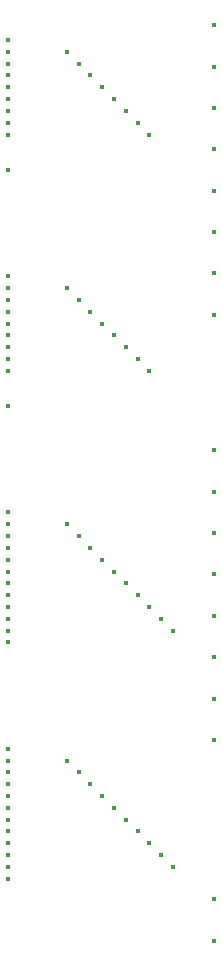
<source format=gbr>
%TF.GenerationSoftware,KiCad,Pcbnew,9.0.0*%
%TF.CreationDate,2025-03-09T10:14:36+03:00*%
%TF.ProjectId,PM_LED-18,504d5f4c-4544-42d3-9138-2e6b69636164,rev?*%
%TF.SameCoordinates,Original*%
%TF.FileFunction,Plated,1,2,PTH,Drill*%
%TF.FilePolarity,Positive*%
%FSLAX46Y46*%
G04 Gerber Fmt 4.6, Leading zero omitted, Abs format (unit mm)*
G04 Created by KiCad (PCBNEW 9.0.0) date 2025-03-09 10:14:36*
%MOMM*%
%LPD*%
G01*
G04 APERTURE LIST*
%TA.AperFunction,ViaDrill*%
%ADD10C,0.400000*%
%TD*%
G04 APERTURE END LIST*
D10*
X-11000000Y35500000D03*
X-11000000Y34500000D03*
X-11000000Y33500000D03*
X-11000000Y32500000D03*
X-11000000Y31500000D03*
X-11000000Y30500000D03*
X-11000000Y29500000D03*
X-11000000Y28500000D03*
X-11000000Y27500000D03*
X-11000000Y24500000D03*
X-11000000Y15500000D03*
X-11000000Y14500000D03*
X-11000000Y13500000D03*
X-11000000Y12500000D03*
X-11000000Y11500000D03*
X-11000000Y10500000D03*
X-11000000Y9500000D03*
X-11000000Y8500000D03*
X-11000000Y7500000D03*
X-11000000Y4500000D03*
X-11000000Y-4500000D03*
X-11000000Y-5500000D03*
X-11000000Y-6500000D03*
X-11000000Y-7500000D03*
X-11000000Y-8500000D03*
X-11000000Y-9500000D03*
X-11000000Y-10500000D03*
X-11000000Y-11500000D03*
X-11000000Y-12500000D03*
X-11000000Y-13500000D03*
X-11000000Y-14500000D03*
X-11000000Y-15500000D03*
X-11000000Y-24500000D03*
X-11000000Y-25500000D03*
X-11000000Y-26500000D03*
X-11000000Y-27500000D03*
X-11000000Y-28500000D03*
X-11000000Y-29500000D03*
X-11000000Y-30500000D03*
X-11000000Y-31500000D03*
X-11000000Y-32500000D03*
X-11000000Y-33500000D03*
X-11000000Y-34500000D03*
X-11000000Y-35500000D03*
X-6000000Y34500000D03*
X-6000000Y14500000D03*
X-6000000Y-5500000D03*
X-6000000Y-25500000D03*
X-5000000Y33500000D03*
X-5000000Y13500000D03*
X-5000000Y-6500000D03*
X-5000000Y-26500000D03*
X-4000000Y32500000D03*
X-4000000Y12500000D03*
X-4000000Y-7500000D03*
X-4000000Y-27500000D03*
X-3000000Y31500000D03*
X-3000000Y11500000D03*
X-3000000Y-8500000D03*
X-3000000Y-28500000D03*
X-2000000Y30500000D03*
X-2000000Y10500000D03*
X-2000000Y-9500000D03*
X-2000000Y-29500000D03*
X-1000000Y29500000D03*
X-1000000Y9500000D03*
X-1000000Y-10500000D03*
X-1000000Y-30500000D03*
X0Y28500000D03*
X0Y8500000D03*
X0Y-11500000D03*
X0Y-31500000D03*
X1000000Y27500000D03*
X1000000Y7500000D03*
X1000000Y-12500000D03*
X1000000Y-32500000D03*
X2000000Y-13500000D03*
X2000000Y-33500000D03*
X3000000Y-14500000D03*
X3000000Y-34500000D03*
X6500000Y36750000D03*
X6500000Y33250000D03*
X6500000Y29750000D03*
X6500000Y26250000D03*
X6500000Y22750000D03*
X6500000Y19250000D03*
X6500000Y15750000D03*
X6500000Y12250000D03*
X6500000Y750000D03*
X6500000Y-2750000D03*
X6500000Y-6250000D03*
X6500000Y-9750000D03*
X6500000Y-13250000D03*
X6500000Y-16750000D03*
X6500000Y-20250000D03*
X6500000Y-23750000D03*
X6500000Y-37250000D03*
X6500000Y-40750000D03*
M02*

</source>
